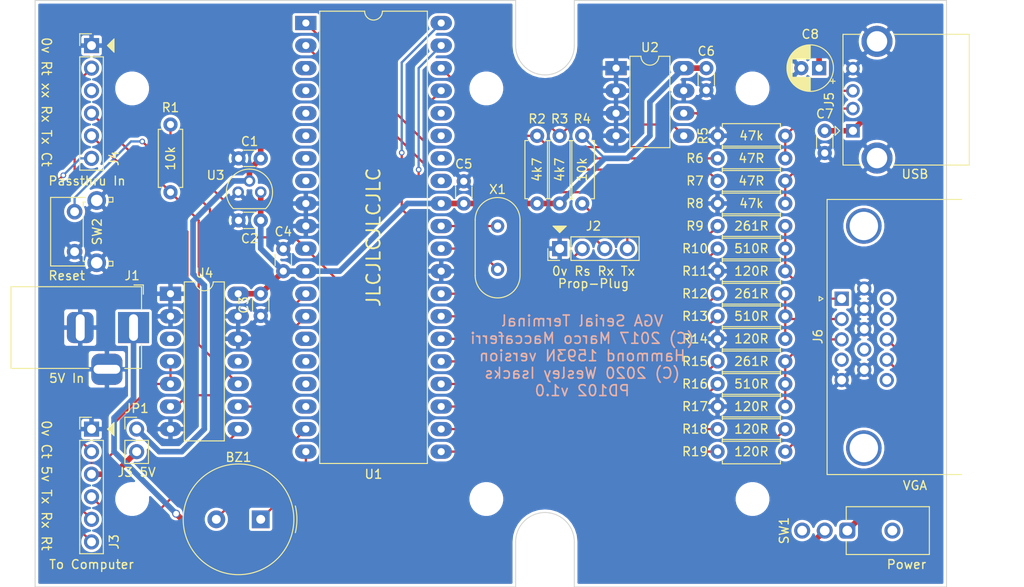
<source format=kicad_pcb>
(kicad_pcb (version 20171130) (host pcbnew "(5.1.6)-1")
  (title_block (title "Enter Title On Page Setting Dialog") (rev 1) (company "Ashton Johnson"))
  (layers (0 F.Cu signal) (31 B.Cu signal) (35 F.Paste user) (36 B.SilkS user) (37 F.SilkS user) (38 B.Mask user) (39 F.Mask user) (44 Edge.Cuts user))
  (net 0 "")
  (net 1 "Net-(MK1-Pad1)")
  (net 2 "Net-(MK2-Pad1)")
  (net 3 "Net-(MK3-Pad1)")
  (net 4 "Net-(MK4-Pad1)")
  (net 5 "Net-(MK5-Pad1)")
  (net 6 "Net-(MK6-Pad1)")
  (net 7 "Net-(U1-Pad18)")
  (net 8 "Net-(U1-Pad17)")
  (net 9 "Net-(U1-Pad36)")
  (net 10 "Net-(U1-Pad16)")
  (net 11 "Net-(U1-Pad35)")
  (net 12 "Net-(U1-Pad15)")
  (net 13 "Net-(U1-Pad34)")
  (net 14 "Net-(U1-Pad33)")
  (net 15 +3V3)
  (net 16 GND)
  (net 17 "Net-(U1-Pad8)")
  (net 18 "Net-(U1-Pad7)")
  (net 19 "Net-(U1-Pad6)")
  (net 20 "Net-(U1-Pad5)")
  (net 21 "Net-(U1-Pad4)")
  (net 22 "Net-(U1-Pad3)")
  (net 23 ~RES)
  (net 24 R1)
  (net 25 R0)
  (net 26 G1)
  (net 27 G0)
  (net 28 B1)
  (net 29 B0)
  (net 30 /BZ+)
  (net 31 /BZ-)
  (net 32 +5V)
  (net 33 /PPTX)
  (net 34 /PPRX)
  (net 35 /VSYNC)
  (net 36 /HSYNC)
  (net 37 /BLU)
  (net 38 /GRN)
  (net 39 /RED)
  (net 40 SDA)
  (net 41 SCL)
  (net 42 H)
  (net 43 V)
  (net 44 TRMTX)
  (net 45 TRMRX)
  (net 46 /XO)
  (net 47 /XI)
  (net 48 USBD-)
  (net 49 USBD+)
  (net 50 /D+)
  (net 51 /D-)
  (net 52 RTS)
  (net 53 CTS)
  (net 54 "Net-(J4-Pad3)")
  (net 55 "Net-(J6-Pad15)")
  (net 56 "Net-(J6-Pad12)")
  (net 57 "Net-(J6-Pad11)")
  (net 58 "Net-(J6-Pad9)")
  (net 59 "Net-(J6-Pad4)")
  (net 60 /RAW)
  (net 61 COMTX)
  (net 62 COMRX)
  (net 63 /COM5V)
  (net 64 PASTX)
  (net 65 "Net-(U4-Pad11)")
  (net 66 "Net-(U4-Pad3)")
  (net 67 "Net-(SW1-Pad3)")
  (module Button_Switch_THT:SW_Tactile_SPST_Angled_PTS645Vx83-2LFS (layer F.Cu) (at 29.845 53.685 90)
    (fp_text reference SW2 (at 2.25 2.54 270) (layer F.SilkS))
    (fp_text value Reset (at -2.703 -0.889) (layer F.SilkS))
    (pad "" thru_hole circle (at -1.25 2.49 90) (size 2.1 2.1) (drill 1.3) (layers *.Cu *.Mask) (net 16 GND))
    (pad 1 thru_hole circle (at 0 0 90) (size 1.75 1.75) (drill 0.99) (layers *.Cu *.Mask) (net 16 GND))
    (pad 2 thru_hole circle (at 4.5 0 90) (size 1.75 1.75) (drill 0.99) (layers *.Cu *.Mask) (net 23 ~RES))
    (pad "" thru_hole circle (at 5.76 2.49 90) (size 2.1 2.1) (drill 1.3) (layers *.Cu *.Mask) (net 16 GND))
  )
  (module Capacitor_THT:CP_Radial_D5.0mm_P2.00mm (layer F.Cu) (at 113.665 33.02 180)
    (fp_text reference C8 (at 1 3.81) (layer F.SilkS))
    (fp_text value 10uF)
    (pad 2 thru_hole circle (at 2 0 180) (size 1.6 1.6) (drill 0.8) (layers *.Cu *.Mask) (net 16 GND))
    (pad 1 thru_hole rect (at 0 0 180) (size 1.6 1.6) (drill 0.8) (layers *.Cu *.Mask) (net 32 +5V))
  )
  (module Resistor_THT:R_Axial_DIN0207_L6.3mm_D2.5mm_P7.62mm_Horizontal (layer F.Cu) (at 102.235 76.2)
    (fp_text reference R19 (at -2.54 0) (layer F.SilkS))
    (fp_text value 120R (at 3.81 0) (layer F.SilkS))
    (pad 2 thru_hole oval (at 7.62 0) (size 1.6 1.6) (drill 0.8) (layers *.Cu *.Mask) (net 35 /VSYNC))
    (pad 1 thru_hole circle (at 0 0) (size 1.6 1.6) (drill 0.8) (layers *.Cu *.Mask) (net 43 V))
  )
  (module Resistor_THT:R_Axial_DIN0207_L6.3mm_D2.5mm_P7.62mm_Horizontal (layer F.Cu) (at 102.235 73.66)
    (fp_text reference R18 (at -2.54 0) (layer F.SilkS))
    (fp_text value 120R (at 3.81 0) (layer F.SilkS))
    (pad 2 thru_hole oval (at 7.62 0) (size 1.6 1.6) (drill 0.8) (layers *.Cu *.Mask) (net 36 /HSYNC))
    (pad 1 thru_hole circle (at 0 0) (size 1.6 1.6) (drill 0.8) (layers *.Cu *.Mask) (net 42 H))
  )
  (module Resistor_THT:R_Axial_DIN0207_L6.3mm_D2.5mm_P7.62mm_Horizontal (layer F.Cu) (at 109.855 71.12 180)
    (fp_text reference R17 (at 10.16 0) (layer F.SilkS))
    (fp_text value 120R (at 3.81 0) (layer F.SilkS))
    (pad 2 thru_hole oval (at 7.62 0 180) (size 1.6 1.6) (drill 0.8) (layers *.Cu *.Mask) (net 16 GND))
    (pad 1 thru_hole circle (at 0 0 180) (size 1.6 1.6) (drill 0.8) (layers *.Cu *.Mask) (net 37 /BLU))
  )
  (module Resistor_THT:R_Axial_DIN0207_L6.3mm_D2.5mm_P7.62mm_Horizontal (layer F.Cu) (at 109.855 68.58 180)
    (fp_text reference R16 (at 10.16 0) (layer F.SilkS))
    (fp_text value 510R (at 3.81 0) (layer F.SilkS))
    (pad 2 thru_hole oval (at 7.62 0 180) (size 1.6 1.6) (drill 0.8) (layers *.Cu *.Mask) (net 29 B0))
    (pad 1 thru_hole circle (at 0 0 180) (size 1.6 1.6) (drill 0.8) (layers *.Cu *.Mask) (net 37 /BLU))
  )
  (module Resistor_THT:R_Axial_DIN0207_L6.3mm_D2.5mm_P7.62mm_Horizontal (layer F.Cu) (at 109.855 66.04 180)
    (fp_text reference R15 (at 10.16 0) (layer F.SilkS))
    (fp_text value 261R (at 3.81 0) (layer F.SilkS))
    (pad 2 thru_hole oval (at 7.62 0 180) (size 1.6 1.6) (drill 0.8) (layers *.Cu *.Mask) (net 28 B1))
    (pad 1 thru_hole circle (at 0 0 180) (size 1.6 1.6) (drill 0.8) (layers *.Cu *.Mask) (net 37 /BLU))
  )
  (module Resistor_THT:R_Axial_DIN0207_L6.3mm_D2.5mm_P7.62mm_Horizontal (layer F.Cu) (at 109.855 63.5 180)
    (fp_text reference R14 (at 10.16 0) (layer F.SilkS))
    (fp_text value 120R (at 3.81 0) (layer F.SilkS))
    (pad 2 thru_hole oval (at 7.62 0 180) (size 1.6 1.6) (drill 0.8) (layers *.Cu *.Mask) (net 16 GND))
    (pad 1 thru_hole circle (at 0 0 180) (size 1.6 1.6) (drill 0.8) (layers *.Cu *.Mask) (net 38 /GRN))
  )
  (module Resistor_THT:R_Axial_DIN0207_L6.3mm_D2.5mm_P7.62mm_Horizontal (layer F.Cu) (at 109.855 60.96 180)
    (fp_text reference R13 (at 10.16 0) (layer F.SilkS))
    (fp_text value 510R (at 3.81 0) (layer F.SilkS))
    (pad 2 thru_hole oval (at 7.62 0 180) (size 1.6 1.6) (drill 0.8) (layers *.Cu *.Mask) (net 27 G0))
    (pad 1 thru_hole circle (at 0 0 180) (size 1.6 1.6) (drill 0.8) (layers *.Cu *.Mask) (net 38 /GRN))
  )
  (module Resistor_THT:R_Axial_DIN0207_L6.3mm_D2.5mm_P7.62mm_Horizontal (layer F.Cu) (at 109.855 58.42 180)
    (fp_text reference R12 (at 10.16 0) (layer F.SilkS))
    (fp_text value 261R (at 3.81 0) (layer F.SilkS))
    (pad 2 thru_hole oval (at 7.62 0 180) (size 1.6 1.6) (drill 0.8) (layers *.Cu *.Mask) (net 26 G1))
    (pad 1 thru_hole circle (at 0 0 180) (size 1.6 1.6) (drill 0.8) (layers *.Cu *.Mask) (net 38 /GRN))
  )
  (module Resistor_THT:R_Axial_DIN0207_L6.3mm_D2.5mm_P7.62mm_Horizontal (layer F.Cu) (at 109.855 55.88 180)
    (fp_text reference R11 (at 10.16 0) (layer F.SilkS))
    (fp_text value 120R (at 3.81 0) (layer F.SilkS))
    (pad 2 thru_hole oval (at 7.62 0 180) (size 1.6 1.6) (drill 0.8) (layers *.Cu *.Mask) (net 16 GND))
    (pad 1 thru_hole circle (at 0 0 180) (size 1.6 1.6) (drill 0.8) (layers *.Cu *.Mask) (net 39 /RED))
  )
  (module Resistor_THT:R_Axial_DIN0207_L6.3mm_D2.5mm_P7.62mm_Horizontal (layer F.Cu) (at 109.855 53.34 180)
    (fp_text reference R10 (at 10.16 0) (layer F.SilkS))
    (fp_text value 510R (at 3.81 0) (layer F.SilkS))
    (pad 2 thru_hole oval (at 7.62 0 180) (size 1.6 1.6) (drill 0.8) (layers *.Cu *.Mask) (net 25 R0))
    (pad 1 thru_hole circle (at 0 0 180) (size 1.6 1.6) (drill 0.8) (layers *.Cu *.Mask) (net 39 /RED))
  )
  (module Resistor_THT:R_Axial_DIN0207_L6.3mm_D2.5mm_P7.62mm_Horizontal (layer F.Cu) (at 109.855 50.8 180)
    (fp_text reference R9 (at 10.16 0) (layer F.SilkS))
    (fp_text value 261R (at 3.81 0) (layer F.SilkS))
    (pad 2 thru_hole oval (at 7.62 0 180) (size 1.6 1.6) (drill 0.8) (layers *.Cu *.Mask) (net 24 R1))
    (pad 1 thru_hole circle (at 0 0 180) (size 1.6 1.6) (drill 0.8) (layers *.Cu *.Mask) (net 39 /RED))
  )
  (module Resistor_THT:R_Axial_DIN0207_L6.3mm_D2.5mm_P7.62mm_Horizontal (layer F.Cu) (at 109.855 48.26 180)
    (fp_text reference R8 (at 10.16 0) (layer F.SilkS))
    (fp_text value 47k (at 3.81 0) (layer F.SilkS))
    (pad 2 thru_hole oval (at 7.62 0 180) (size 1.6 1.6) (drill 0.8) (layers *.Cu *.Mask) (net 16 GND))
    (pad 1 thru_hole circle (at 0 0 180) (size 1.6 1.6) (drill 0.8) (layers *.Cu *.Mask) (net 51 /D-))
  )
  (module Resistor_THT:R_Axial_DIN0207_L6.3mm_D2.5mm_P7.62mm_Horizontal (layer F.Cu) (at 102.235 45.72)
    (fp_text reference R7 (at -2.54 0) (layer F.SilkS))
    (fp_text value 47R (at 3.81 0) (layer F.SilkS))
    (pad 2 thru_hole oval (at 7.62 0) (size 1.6 1.6) (drill 0.8) (layers *.Cu *.Mask) (net 51 /D-))
    (pad 1 thru_hole circle (at 0 0) (size 1.6 1.6) (drill 0.8) (layers *.Cu *.Mask) (net 48 USBD-))
  )
  (module Resistor_THT:R_Axial_DIN0207_L6.3mm_D2.5mm_P7.62mm_Horizontal (layer F.Cu) (at 102.235 43.18)
    (fp_text reference R6 (at -2.54 0) (layer F.SilkS))
    (fp_text value 47R (at 3.81 0) (layer F.SilkS))
    (pad 2 thru_hole oval (at 7.62 0) (size 1.6 1.6) (drill 0.8) (layers *.Cu *.Mask) (net 50 /D+))
    (pad 1 thru_hole circle (at 0 0) (size 1.6 1.6) (drill 0.8) (layers *.Cu *.Mask) (net 49 USBD+))
  )
  (module Resistor_THT:R_Axial_DIN0207_L6.3mm_D2.5mm_P7.62mm_Horizontal (layer F.Cu) (at 109.855 40.64 180)
    (fp_text reference R5 (at 9.271 0 270) (layer F.SilkS))
    (fp_text value 47k (at 3.81 0) (layer F.SilkS))
    (pad 2 thru_hole oval (at 7.62 0 180) (size 1.6 1.6) (drill 0.8) (layers *.Cu *.Mask) (net 16 GND))
    (pad 1 thru_hole circle (at 0 0 180) (size 1.6 1.6) (drill 0.8) (layers *.Cu *.Mask) (net 50 /D+))
  )
  (module Resistor_THT:R_Axial_DIN0207_L6.3mm_D2.5mm_P7.62mm_Horizontal (layer F.Cu) (at 86.995 40.64 270)
    (fp_text reference R4 (at -1.905 0 180) (layer F.SilkS))
    (fp_text value 10k (at 3.81 0 90) (layer F.SilkS))
    (pad 2 thru_hole oval (at 7.62 0 270) (size 1.6 1.6) (drill 0.8) (layers *.Cu *.Mask) (net 34 /PPRX))
    (pad 1 thru_hole circle (at 0 0 270) (size 1.6 1.6) (drill 0.8) (layers *.Cu *.Mask) (net 15 +3V3))
  )
  (module Resistor_THT:R_Axial_DIN0207_L6.3mm_D2.5mm_P7.62mm_Horizontal (layer F.Cu) (at 84.455 48.26 90)
    (fp_text reference R3 (at 9.525 0 180) (layer F.SilkS))
    (fp_text value 4k7 (at 3.81 0 90) (layer F.SilkS))
    (pad 2 thru_hole oval (at 7.62 0 90) (size 1.6 1.6) (drill 0.8) (layers *.Cu *.Mask) (net 40 SDA))
    (pad 1 thru_hole circle (at 0 0 90) (size 1.6 1.6) (drill 0.8) (layers *.Cu *.Mask) (net 15 +3V3))
  )
  (module Resistor_THT:R_Axial_DIN0207_L6.3mm_D2.5mm_P7.62mm_Horizontal (layer F.Cu) (at 81.915 48.26 90)
    (fp_text reference R2 (at 9.525 0 180) (layer F.SilkS))
    (fp_text value 4k7 (at 3.81 0 90) (layer F.SilkS))
    (pad 2 thru_hole oval (at 7.62 0 90) (size 1.6 1.6) (drill 0.8) (layers *.Cu *.Mask) (net 41 SCL))
    (pad 1 thru_hole circle (at 0 0 90) (size 1.6 1.6) (drill 0.8) (layers *.Cu *.Mask) (net 15 +3V3))
  )
  (module Resistor_THT:R_Axial_DIN0207_L6.3mm_D2.5mm_P7.62mm_Horizontal (layer F.Cu) (at 40.64 46.99 90)
    (fp_text reference R1 (at 9.525 0 180) (layer F.SilkS))
    (fp_text value 10k (at 3.81 0 90) (layer F.SilkS))
    (pad 2 thru_hole oval (at 7.62 0 90) (size 1.6 1.6) (drill 0.8) (layers *.Cu *.Mask) (net 15 +3V3))
    (pad 1 thru_hole circle (at 0 0 90) (size 1.6 1.6) (drill 0.8) (layers *.Cu *.Mask) (net 64 PASTX))
  )
  (module vgavt1593:DSUB-15-HD_Female_Horizontal_P2.29x2.54mm_Housed (layer F.Cu) (at 116.205 58.9788 90)
    (fp_text reference J6 (at -4.2672 -2.667 270) (layer F.SilkS))
    (fp_text value VGA (at -21.0312 8.255 180) (layer F.SilkS))
    (pad 0 thru_hole circle (at 8.185 2.5 90) (size 4 4) (drill 3.2) (layers *.Cu *.Mask))
    (pad 0 thru_hole circle (at -16.815 2.5 90) (size 4 4) (drill 3.2) (layers *.Cu *.Mask))
    (pad 15 thru_hole circle (at -9.16 5.08 90) (size 1.6 1.6) (drill 1) (layers *.Cu *.Mask) (net 55 "Net-(J6-Pad15)"))
    (pad 14 thru_hole circle (at -6.87 5.08 90) (size 1.6 1.6) (drill 1) (layers *.Cu *.Mask) (net 35 /VSYNC))
    (pad 13 thru_hole circle (at -4.58 5.08 90) (size 1.6 1.6) (drill 1) (layers *.Cu *.Mask) (net 36 /HSYNC))
    (pad 12 thru_hole circle (at -2.29 5.08 90) (size 1.6 1.6) (drill 1) (layers *.Cu *.Mask) (net 56 "Net-(J6-Pad12)"))
    (pad 11 thru_hole circle (at 0 5.08 90) (size 1.6 1.6) (drill 1) (layers *.Cu *.Mask) (net 57 "Net-(J6-Pad11)"))
    (pad 10 thru_hole circle (at -8.015 2.54 90) (size 1.6 1.6) (drill 1) (layers *.Cu *.Mask) (net 16 GND))
    (pad 9 thru_hole circle (at -5.725 2.54 90) (size 1.6 1.6) (drill 1) (layers *.Cu *.Mask) (net 58 "Net-(J6-Pad9)"))
    (pad 8 thru_hole circle (at -3.435 2.54 90) (size 1.6 1.6) (drill 1) (layers *.Cu *.Mask) (net 16 GND))
    (pad 7 thru_hole circle (at -1.145 2.54 90) (size 1.6 1.6) (drill 1) (layers *.Cu *.Mask) (net 16 GND))
    (pad 6 thru_hole circle (at 1.145 2.54 90) (size 1.6 1.6) (drill 1) (layers *.Cu *.Mask) (net 16 GND))
    (pad 5 thru_hole circle (at -9.16 0 90) (size 1.6 1.6) (drill 1) (layers *.Cu *.Mask) (net 16 GND))
    (pad 4 thru_hole circle (at -6.87 0 90) (size 1.6 1.6) (drill 1) (layers *.Cu *.Mask) (net 59 "Net-(J6-Pad4)"))
    (pad 3 thru_hole circle (at -4.58 0 90) (size 1.6 1.6) (drill 1) (layers *.Cu *.Mask) (net 37 /BLU))
    (pad 2 thru_hole circle (at -2.29 0 90) (size 1.6 1.6) (drill 1) (layers *.Cu *.Mask) (net 38 /GRN))
    (pad 1 thru_hole rect (at 0 0 90) (size 1.6 1.6) (drill 1) (layers *.Cu *.Mask) (net 39 /RED))
  )
  (module Connector_PinHeader_2.54mm:PinHeader_1x06_P2.54mm_Vertical (layer F.Cu) (at 31.75 73.66)
    (fp_text reference J3 (at 2.54 12.7 90) (layer F.SilkS))
    (fp_text value "To Computer" (at 0 15.24 180) (layer F.SilkS))
    (pad 6 thru_hole oval (at 0 12.7) (size 1.7 1.7) (drill 1) (layers *.Cu *.Mask) (net 53 CTS))
    (pad 5 thru_hole oval (at 0 10.16) (size 1.7 1.7) (drill 1) (layers *.Cu *.Mask) (net 61 COMTX))
    (pad 4 thru_hole oval (at 0 7.62) (size 1.7 1.7) (drill 1) (layers *.Cu *.Mask) (net 62 COMRX))
    (pad 3 thru_hole oval (at 0 5.08) (size 1.7 1.7) (drill 1) (layers *.Cu *.Mask) (net 63 /COM5V))
    (pad 2 thru_hole oval (at 0 2.54) (size 1.7 1.7) (drill 1) (layers *.Cu *.Mask) (net 52 RTS))
    (pad 1 thru_hole rect (at 0 0) (size 1.7 1.7) (drill 1) (layers *.Cu *.Mask) (net 16 GND))
  )
  (module vgavt1593:SW_Toggle_SPDT_Vertical (layer F.Cu) (at 116.84 85.09)
    (fp_text reference SW1 (at -7.112 0 90) (layer F.SilkS))
    (fp_text value Power (at 6.6675 3.81 180) (layer F.SilkS))
    (pad "" thru_hole circle (at 5.08 0 180) (size 1.8 1.8) (drill 1.09) (layers *.Cu *.Mask))
    (pad 1 thru_hole roundrect (at 0 0 180) (size 1.8 1.8) (drill 1.09) (layers *.Cu *.Mask) (net 32 +5V))
    (pad 2 thru_hole circle (at -2.54 0 180) (size 1.8 1.8) (drill 1.09) (layers *.Cu *.Mask) (net 60 /RAW))
    (pad 3 thru_hole circle (at -5.08 0 180) (size 1.8 1.8) (drill 1.09) (layers *.Cu *.Mask) (net 67 "Net-(SW1-Pad3)"))
  )
  (module Package_DIP:DIP-14_W7.62mm_LongPads (layer F.Cu) (at 40.64 58.42)
    (fp_text reference U4 (at 3.81 -2.33) (layer F.SilkS))
    (fp_text value 74HC08)
    (pad 14 thru_hole oval (at 7.62 0) (size 2.4 1.6) (drill 0.8) (layers *.Cu *.Mask) (net 15 +3V3))
    (pad 7 thru_hole oval (at 0 15.24) (size 2.4 1.6) (drill 0.8) (layers *.Cu *.Mask) (net 16 GND))
    (pad 13 thru_hole oval (at 7.62 2.54) (size 2.4 1.6) (drill 0.8) (layers *.Cu *.Mask) (net 16 GND))
    (pad 6 thru_hole oval (at 0 12.7) (size 2.4 1.6) (drill 0.8) (layers *.Cu *.Mask) (net 45 TRMRX))
    (pad 12 thru_hole oval (at 7.62 5.08) (size 2.4 1.6) (drill 0.8) (layers *.Cu *.Mask) (net 16 GND))
    (pad 5 thru_hole oval (at 0 10.16) (size 2.4 1.6) (drill 0.8) (layers *.Cu *.Mask) (net 61 COMTX))
    (pad 11 thru_hole oval (at 7.62 7.62) (size 2.4 1.6) (drill 0.8) (layers *.Cu *.Mask) (net 65 "Net-(U4-Pad11)"))
    (pad 4 thru_hole oval (at 0 7.62) (size 2.4 1.6) (drill 0.8) (layers *.Cu *.Mask) (net 61 COMTX))
    (pad 10 thru_hole oval (at 7.62 10.16) (size 2.4 1.6) (drill 0.8) (layers *.Cu *.Mask) (net 64 PASTX))
    (pad 3 thru_hole oval (at 0 5.08) (size 2.4 1.6) (drill 0.8) (layers *.Cu *.Mask) (net 66 "Net-(U4-Pad3)"))
    (pad 9 thru_hole oval (at 7.62 12.7) (size 2.4 1.6) (drill 0.8) (layers *.Cu *.Mask) (net 44 TRMTX))
    (pad 2 thru_hole oval (at 0 2.54) (size 2.4 1.6) (drill 0.8) (layers *.Cu *.Mask) (net 16 GND))
    (pad 8 thru_hole oval (at 7.62 15.24) (size 2.4 1.6) (drill 0.8) (layers *.Cu *.Mask) (net 62 COMRX))
    (pad 1 thru_hole rect (at 0 0) (size 2.4 1.6) (drill 0.8) (layers *.Cu *.Mask) (net 16 GND))
  )
  (module Package_DIP:DIP-8_W7.62mm_LongPads (layer F.Cu) (at 90.805 33.02)
    (fp_text reference U2 (at 3.81 -2.33) (layer F.SilkS))
    (fp_text value 24LC256)
    (pad 1 thru_hole rect (at 0 0) (size 2.4 1.6) (drill 0.8) (layers *.Cu *.Mask) (net 16 GND))
    (pad 5 thru_hole oval (at 7.62 7.62) (size 2.4 1.6) (drill 0.8) (layers *.Cu *.Mask) (net 40 SDA))
    (pad 2 thru_hole oval (at 0 2.54) (size 2.4 1.6) (drill 0.8) (layers *.Cu *.Mask) (net 16 GND))
    (pad 6 thru_hole oval (at 7.62 5.08) (size 2.4 1.6) (drill 0.8) (layers *.Cu *.Mask) (net 41 SCL))
    (pad 3 thru_hole oval (at 0 5.08) (size 2.4 1.6) (drill 0.8) (layers *.Cu *.Mask) (net 16 GND))
    (pad 7 thru_hole oval (at 7.62 2.54) (size 2.4 1.6) (drill 0.8) (layers *.Cu *.Mask) (net 16 GND))
    (pad 4 thru_hole oval (at 0 7.62) (size 2.4 1.6) (drill 0.8) (layers *.Cu *.Mask) (net 16 GND))
    (pad 8 thru_hole oval (at 7.62 0) (size 2.4 1.6) (drill 0.8) (layers *.Cu *.Mask) (net 15 +3V3))
  )
  (module Package_DIP:DIP-40_W15.24mm_LongPads (layer F.Cu) (at 55.88 27.94)
    (fp_text reference U1 (at 7.62 50.8) (layer F.SilkS))
    (fp_text value P8X32A-D40)
    (pad 40 thru_hole oval (at 15.24 0) (size 2.4 1.6) (drill 0.8) (layers *.Cu *.Mask) (net 34 /PPRX))
    (pad 20 thru_hole oval (at 0 48.26) (size 2.4 1.6) (drill 0.8) (layers *.Cu *.Mask) (net 30 /BZ+))
    (pad 39 thru_hole oval (at 15.24 2.54) (size 2.4 1.6) (drill 0.8) (layers *.Cu *.Mask) (net 33 /PPTX))
    (pad 19 thru_hole oval (at 0 45.72) (size 2.4 1.6) (drill 0.8) (layers *.Cu *.Mask) (net 31 /BZ-))
    (pad 38 thru_hole oval (at 15.24 5.08) (size 2.4 1.6) (drill 0.8) (layers *.Cu *.Mask) (net 40 SDA))
    (pad 18 thru_hole oval (at 0 43.18) (size 2.4 1.6) (drill 0.8) (layers *.Cu *.Mask) (net 7 "Net-(U1-Pad18)"))
    (pad 37 thru_hole oval (at 15.24 7.62) (size 2.4 1.6) (drill 0.8) (layers *.Cu *.Mask) (net 41 SCL))
    (pad 17 thru_hole oval (at 0 40.64) (size 2.4 1.6) (drill 0.8) (layers *.Cu *.Mask) (net 8 "Net-(U1-Pad17)"))
    (pad 36 thru_hole oval (at 15.24 10.16) (size 2.4 1.6) (drill 0.8) (layers *.Cu *.Mask) (net 9 "Net-(U1-Pad36)"))
    (pad 16 thru_hole oval (at 0 38.1) (size 2.4 1.6) (drill 0.8) (layers *.Cu *.Mask) (net 10 "Net-(U1-Pad16)"))
    (pad 35 thru_hole oval (at 15.24 12.7) (size 2.4 1.6) (drill 0.8) (layers *.Cu *.Mask) (net 11 "Net-(U1-Pad35)"))
    (pad 15 thru_hole oval (at 0 35.56) (size 2.4 1.6) (drill 0.8) (layers *.Cu *.Mask) (net 12 "Net-(U1-Pad15)"))
    (pad 34 thru_hole oval (at 15.24 15.24) (size 2.4 1.6) (drill 0.8) (layers *.Cu *.Mask) (net 13 "Net-(U1-Pad34)"))
    (pad 14 thru_hole oval (at 0 33.02) (size 2.4 1.6) (drill 0.8) (layers *.Cu *.Mask) (net 44 TRMTX))
    (pad 33 thru_hole oval (at 15.24 17.78) (size 2.4 1.6) (drill 0.8) (layers *.Cu *.Mask) (net 14 "Net-(U1-Pad33)"))
    (pad 13 thru_hole oval (at 0 30.48) (size 2.4 1.6) (drill 0.8) (layers *.Cu *.Mask) (net 45 TRMRX))
    (pad 32 thru_hole oval (at 15.24 20.32) (size 2.4 1.6) (drill 0.8) (layers *.Cu *.Mask) (net 15 +3V3))
    (pad 12 thru_hole oval (at 0 27.94) (size 2.4 1.6) (drill 0.8) (layers *.Cu *.Mask) (net 15 +3V3))
    (pad 31 thru_hole oval (at 15.24 22.86) (size 2.4 1.6) (drill 0.8) (layers *.Cu *.Mask) (net 46 /XO))
    (pad 11 thru_hole oval (at 0 25.4) (size 2.4 1.6) (drill 0.8) (layers *.Cu *.Mask) (net 23 ~RES))
    (pad 30 thru_hole oval (at 15.24 25.4) (size 2.4 1.6) (drill 0.8) (layers *.Cu *.Mask) (net 47 /XI))
    (pad 10 thru_hole oval (at 0 22.86) (size 2.4 1.6) (drill 0.8) (layers *.Cu *.Mask) (net 16 GND))
    (pad 29 thru_hole oval (at 15.24 27.94) (size 2.4 1.6) (drill 0.8) (layers *.Cu *.Mask) (net 16 GND))
    (pad 9 thru_hole oval (at 0 20.32) (size 2.4 1.6) (drill 0.8) (layers *.Cu *.Mask) (net 16 GND))
    (pad 28 thru_hole oval (at 15.24 30.48) (size 2.4 1.6) (drill 0.8) (layers *.Cu *.Mask) (net 24 R1))
    (pad 8 thru_hole oval (at 0 17.78) (size 2.4 1.6) (drill 0.8) (layers *.Cu *.Mask) (net 17 "Net-(U1-Pad8)"))
    (pad 27 thru_hole oval (at 15.24 33.02) (size 2.4 1.6) (drill 0.8) (layers *.Cu *.Mask) (net 25 R0))
    (pad 7 thru_hole oval (at 0 15.24) (size 2.4 1.6) (drill 0.8) (layers *.Cu *.Mask) (net 18 "Net-(U1-Pad7)"))
    (pad 26 thru_hole oval (at 15.24 35.56) (size 2.4 1.6) (drill 0.8) (layers *.Cu *.Mask) (net 26 G1))
    (pad 6 thru_hole oval (at 0 12.7) (size 2.4 1.6) (drill 0.8) (layers *.Cu *.Mask) (net 19 "Net-(U1-Pad6)"))
    (pad 25 thru_hole oval (at 15.24 38.1) (size 2.4 1.6) (drill 0.8) (layers *.Cu *.Mask) (net 27 G0))
    (pad 5 thru_hole oval (at 0 10.16) (size 2.4 1.6) (drill 0.8) (layers *.Cu *.Mask) (net 20 "Net-(U1-Pad5)"))
    (pad 24 thru_hole oval (at 15.24 40.64) (size 2.4 1.6) (drill 0.8) (layers *.Cu *.Mask) (net 28 B1))
    (pad 4 thru_hole oval (at 0 7.62) (size 2.4 1.6) (drill 0.8) (layers *.Cu *.Mask) (net 21 "Net-(U1-Pad4)"))
    (pad 23 thru_hole oval (at 15.24 43.18) (size 2.4 1.6) (drill 0.8) (layers *.Cu *.Mask) (net 29 B0))
    (pad 3 thru_hole oval (at 0 5.08) (size 2.4 1.6) (drill 0.8) (layers *.Cu *.Mask) (net 22 "Net-(U1-Pad3)"))
    (pad 22 thru_hole oval (at 15.24 45.72) (size 2.4 1.6) (drill 0.8) (layers *.Cu *.Mask) (net 42 H))
    (pad 2 thru_hole oval (at 0 2.54) (size 2.4 1.6) (drill 0.8) (layers *.Cu *.Mask) (net 48 USBD-))
    (pad 21 thru_hole oval (at 15.24 48.26) (size 2.4 1.6) (drill 0.8) (layers *.Cu *.Mask) (net 43 V))
    (pad 1 thru_hole rect (at 0 0) (size 2.4 1.6) (drill 0.8) (layers *.Cu *.Mask) (net 49 USBD+))
  )
  (module Capacitor_THT:C_Disc_D3.0mm_W1.6mm_P2.50mm (layer F.Cu) (at 114.3 40.076 270)
    (fp_text reference C7 (at -1.905 0 180) (layer F.SilkS))
    (fp_text value 0.1uF)
    (pad 2 thru_hole circle (at 2.5 0 270) (size 1.6 1.6) (drill 0.8) (layers *.Cu *.Mask) (net 16 GND))
    (pad 1 thru_hole circle (at 0 0 270) (size 1.6 1.6) (drill 0.8) (layers *.Cu *.Mask) (net 32 +5V))
  )
  (module Package_TO_SOT_THT:TO-92 (layer F.Cu) (at 48.26 46.99)
    (fp_text reference U3 (at -2.54 -1.905 180) (layer F.SilkS))
    (fp_text value MCP1700-3302E_TO92)
    (pad 2 thru_hole circle (at 1.27 -1.27 90) (size 1.3 1.3) (drill 0.75) (layers *.Cu *.Mask) (net 32 +5V))
    (pad 3 thru_hole circle (at 2.54 0 90) (size 1.3 1.3) (drill 0.75) (layers *.Cu *.Mask) (net 15 +3V3))
    (pad 1 thru_hole circle (at 0 0 90) (size 1.3 1.3) (drill 0.75) (layers *.Cu *.Mask) (net 16 GND))
  )
  (module Connector_USB:USB_A_CONNFLY_DS1095-WNR0 (layer F.Cu) (at 117.475 40.076 90)
    (fp_text reference J5 (at 3.5 -2.667 270) (layer F.SilkS))
    (fp_text value USB (at -4.882 6.985 180) (layer F.SilkS))
    (pad 5 thru_hole circle (at 10.07 2.71 90) (size 3.5 3.5) (drill 2.3) (layers *.Cu *.Mask) (net 16 GND))
    (pad 5 thru_hole circle (at -3.07 2.71 90) (size 3.5 3.5) (drill 2.3) (layers *.Cu *.Mask) (net 16 GND))
    (pad 1 thru_hole rect (at 0 0 90) (size 1.524 1.524) (drill 0.92) (layers *.Cu *.Mask) (net 32 +5V))
    (pad 2 thru_hole circle (at 2.5 0 90) (size 1.524 1.524) (drill 0.92) (layers *.Cu *.Mask) (net 51 /D-))
    (pad 3 thru_hole circle (at 4.5 0 90) (size 1.524 1.524) (drill 0.92) (layers *.Cu *.Mask) (net 50 /D+))
    (pad 4 thru_hole circle (at 7 0 90) (size 1.524 1.524) (drill 0.92) (layers *.Cu *.Mask) (net 16 GND))
  )
  (module Buzzer_Beeper:Buzzer_TDK_PS1240P02BT_D12.2mm_H6.5mm (layer F.Cu) (at 50.8 83.82 180)
    (fp_text reference BZ1 (at 2.5 6.985) (layer F.SilkS))
    (fp_text value Speaker_Crystal)
    (pad 2 thru_hole circle (at 5 0 180) (size 2 2) (drill 1) (layers *.Cu *.Mask) (net 31 /BZ-))
    (pad 1 thru_hole rect (at 0 0 180) (size 2 2) (drill 1) (layers *.Cu *.Mask) (net 30 /BZ+))
  )
  (module Capacitor_THT:C_Disc_D3.0mm_W1.6mm_P2.50mm (layer F.Cu) (at 50.8 58.42 270)
    (fp_text reference C3 (at 1.27 1.905 90) (layer F.SilkS))
    (fp_text value 0.1uF)
    (pad 2 thru_hole circle (at 2.5 0 270) (size 1.6 1.6) (drill 0.8) (layers *.Cu *.Mask) (net 16 GND))
    (pad 1 thru_hole circle (at 0 0 270) (size 1.6 1.6) (drill 0.8) (layers *.Cu *.Mask) (net 15 +3V3))
  )
  (module Capacitor_THT:C_Disc_D3.0mm_W1.6mm_P2.50mm (layer F.Cu) (at 50.8 43.18 180)
    (fp_text reference C1 (at 1.25 1.905) (layer F.SilkS))
    (fp_text value 1uF)
    (pad 1 thru_hole circle (at 0 0 180) (size 1.6 1.6) (drill 0.8) (layers *.Cu *.Mask) (net 32 +5V))
    (pad 2 thru_hole circle (at 2.5 0 180) (size 1.6 1.6) (drill 0.8) (layers *.Cu *.Mask) (net 16 GND))
  )
  (module Capacitor_THT:C_Disc_D3.0mm_W1.6mm_P2.50mm (layer F.Cu) (at 50.8 50.165 180)
    (fp_text reference C2 (at 1.25 -2.05) (layer F.SilkS))
    (fp_text value 1uF)
    (pad 1 thru_hole circle (at 0 0 180) (size 1.6 1.6) (drill 0.8) (layers *.Cu *.Mask) (net 15 +3V3))
    (pad 2 thru_hole circle (at 2.5 0 180) (size 1.6 1.6) (drill 0.8) (layers *.Cu *.Mask) (net 16 GND))
  )
  (module Capacitor_THT:C_Disc_D3.0mm_W1.6mm_P2.50mm (layer F.Cu) (at 100.965 33.02 270)
    (fp_text reference C6 (at -1.905 0 180) (layer F.SilkS))
    (fp_text value 0.1uF)
    (pad 1 thru_hole circle (at 0 0 270) (size 1.6 1.6) (drill 0.8) (layers *.Cu *.Mask) (net 15 +3V3))
    (pad 2 thru_hole circle (at 2.5 0 270) (size 1.6 1.6) (drill 0.8) (layers *.Cu *.Mask) (net 16 GND))
  )
  (module Capacitor_THT:C_Disc_D3.0mm_W1.6mm_P2.50mm (layer F.Cu) (at 73.66 48.26 90)
    (fp_text reference C5 (at 4.445 0 180) (layer F.SilkS))
    (fp_text value 0.1uF)
    (pad 2 thru_hole circle (at 2.5 0 90) (size 1.6 1.6) (drill 0.8) (layers *.Cu *.Mask) (net 16 GND))
    (pad 1 thru_hole circle (at 0 0 90) (size 1.6 1.6) (drill 0.8) (layers *.Cu *.Mask) (net 15 +3V3))
  )
  (module Capacitor_THT:C_Disc_D3.0mm_W1.6mm_P2.50mm (layer F.Cu) (at 53.34 55.88 90)
    (fp_text reference C4 (at 4.445 0 180) (layer F.SilkS))
    (fp_text value 0.1uF)
    (pad 2 thru_hole circle (at 2.5 0 90) (size 1.6 1.6) (drill 0.8) (layers *.Cu *.Mask) (net 16 GND))
    (pad 1 thru_hole circle (at 0 0 90) (size 1.6 1.6) (drill 0.8) (layers *.Cu *.Mask) (net 15 +3V3))
  )
  (module Connector_PinHeader_2.54mm:PinHeader_1x02_P2.54mm_Vertical (layer F.Cu) (at 36.83 73.66)
    (fp_text reference JP1 (at 0 -2.33) (layer F.SilkS))
    (fp_text value "J3 5V" (at 0 4.87) (layer F.SilkS))
    (pad 2 thru_hole oval (at 0 2.54) (size 1.7 1.7) (drill 1) (layers *.Cu *.Mask) (net 63 /COM5V))
    (pad 1 thru_hole circle (at 0 0) (size 1.7 1.7) (drill 1) (layers *.Cu *.Mask) (net 32 +5V))
  )
  (module Connector_PinHeader_2.54mm:PinHeader_1x06_P2.54mm_Vertical (layer F.Cu) (at 31.75 30.48)
    (fp_text reference J4 (at 2.54 12.7 90) (layer F.SilkS))
    (fp_text value "Passthru In" (at -0.508 15.24 180) (layer F.SilkS))
    (pad 6 thru_hole oval (at 0 12.7) (size 1.7 1.7) (drill 1) (layers *.Cu *.Mask) (net 53 CTS))
    (pad 5 thru_hole oval (at 0 10.16) (size 1.7 1.7) (drill 1) (layers *.Cu *.Mask) (net 45 TRMRX))
    (pad 4 thru_hole oval (at 0 7.62) (size 1.7 1.7) (drill 1) (layers *.Cu *.Mask) (net 64 PASTX))
    (pad 3 thru_hole oval (at 0 5.08) (size 1.7 1.7) (drill 1) (layers *.Cu *.Mask) (net 54 "Net-(J4-Pad3)"))
    (pad 2 thru_hole oval (at 0 2.54) (size 1.7 1.7) (drill 1) (layers *.Cu *.Mask) (net 52 RTS))
    (pad 1 thru_hole rect (at 0 0) (size 1.7 1.7) (drill 1) (layers *.Cu *.Mask) (net 16 GND))
  )
  (module Connector_BarrelJack:BarrelJack_Horizontal (layer F.Cu) (at 36.48 62.23)
    (fp_text reference J1 (at -0.158 -5.842) (layer F.SilkS))
    (fp_text value "5V In" (at -7.524 5.715) (layer F.SilkS))
    (pad 1 thru_hole rect (at 0 0) (size 3.5 3.5) (drill oval 1 3) (layers *.Cu *.Mask) (net 60 /RAW))
    (pad 2 thru_hole roundrect (at -6 0) (size 3 3.5) (drill oval 1 3) (layers *.Cu *.Mask) (net 16 GND))
    (pad 3 thru_hole roundrect (at -3 4.7) (size 3.5 3.5) (drill oval 3 1) (layers *.Cu *.Mask) (net 16 GND))
  )
  (module Connector_PinHeader_2.54mm:PinHeader_1x04_P2.54mm_Vertical (layer F.Cu) (at 84.455 53.34 90)
    (fp_text reference J2 (at 2.54 3.81 180) (layer F.SilkS))
    (fp_text value Prop-Plug (at -3.937 3.81 180) (layer F.SilkS))
    (pad 4 thru_hole oval (at 0 7.62 90) (size 1.7 1.7) (drill 1) (layers *.Cu *.Mask) (net 33 /PPTX))
    (pad 3 thru_hole oval (at 0 5.08 90) (size 1.7 1.7) (drill 1) (layers *.Cu *.Mask) (net 34 /PPRX))
    (pad 2 thru_hole oval (at 0 2.54 90) (size 1.7 1.7) (drill 1) (layers *.Cu *.Mask) (net 23 ~RES))
    (pad 1 thru_hole rect (at 0 0 90) (size 1.7 1.7) (drill 1) (layers *.Cu *.Mask) (net 16 GND))
  )
  (module Crystal:Crystal_HC49-U_Vertical (layer F.Cu) (at 77.47 55.68 90)
    (fp_text reference X1 (at 9.0075 0 180) (layer F.SilkS))
    (fp_text value 5MHz)
    (pad 2 thru_hole circle (at 4.88 0 90) (size 1.5 1.5) (drill 0.8) (layers *.Cu *.Mask) (net 46 /XO))
    (pad 1 thru_hole circle (at 0 0 90) (size 1.5 1.5) (drill 0.8) (layers *.Cu *.Mask) (net 47 /XI))
  )
  (module Mounting_Holes:MountingHole_3.2mm_M3_ISO7380 (layer F.Cu) (at 106.172 81.534)
    (fp_text reference MK6 hide)
    (fp_text value Mounting_Hole hide)
    (pad 1 np_thru_hole circle (at 0 0) (size 3.2 3.2) (drill 3.2) (layers *.Cu *.Mask) (net 6 "Net-(MK6-Pad1)"))
  )
  (module Mounting_Holes:MountingHole_3.2mm_M3_ISO7380 (layer F.Cu) (at 76.2 81.534)
    (fp_text reference MK5 hide)
    (fp_text value Mounting_Hole hide)
    (pad 1 np_thru_hole circle (at 0 0) (size 3.2 3.2) (drill 3.2) (layers *.Cu *.Mask) (net 5 "Net-(MK5-Pad1)"))
  )
  (module Mounting_Holes:MountingHole_3.2mm_M3_ISO7380 (layer F.Cu) (at 36.322 81.534)
    (fp_text reference MK4 hide)
    (fp_text value Mounting_Hole hide)
    (pad 1 np_thru_hole circle (at 0 0) (size 3.2 3.2) (drill 3.2) (layers *.Cu *.Mask) (net 4 "Net-(MK4-Pad1)"))
  )
  (module Mounting_Holes:MountingHole_3.2mm_M3_ISO7380 (layer F.Cu) (at 106.172 35.306)
    (fp_text reference MK3 hide)
    (fp_text value Mounting_Hole hide)
    (pad 1 np_thru_hole circle (at 0 0) (size 3.2 3.2) (drill 3.2) (layers *.Cu *.Mask) (net 3 "Net-(MK3-Pad1)"))
  )
  (module Mounting_Holes:MountingHole_3.2mm_M3_ISO7380 (layer F.Cu) (at 76.2 35.306)
    (fp_text reference MK2 hide)
    (fp_text value Mounting_Hole hide)
    (pad 1 np_thru_hole circle (at 0 0) (size 3.2 3.2) (drill 3.2) (layers *.Cu *.Mask) (net 2 "Net-(MK2-Pad1)"))
  )
  (module Mounting_Holes:MountingHole_3.2mm_M3_ISO7380 (layer F.Cu) (at 36.322 35.306)
    (fp_text reference MK1 hide)
    (fp_text value Mounting_Hole hide)
    (pad 1 np_thru_hole circle (at 0 0) (size 3.2 3.2) (drill 3.2) (layers *.Cu *.Mask) (net 1 "Net-(MK1-Pad1)"))
  )
  (gr_poly (pts (xy 34.29 31.242) (xy 33.528 30.48) (xy 34.29 29.718)) (layer F.SilkS) (width 0.1))
  (gr_poly (pts (xy 34.29 74.422) (xy 33.528 73.66) (xy 34.29 72.898)) (layer F.SilkS) (width 0.1))
  (gr_poly (pts (xy 84.455 51.562) (xy 83.693 50.8) (xy 85.217 50.8)) (layer F.SilkS) (width 0.1))
  (gr_text "0v Rs Rx Tx" (at 88.265 55.88) (layer F.SilkS) (effects (font (size 1.016 1.016))))
  (gr_text "0v Rt xx Rx Tx Ct" (at 26.67 36.83 270) (layer F.SilkS) (effects (font (size 1.0668 1.0668))))
  (gr_text "0v Ct 5v Tx Rx Rt" (at 26.67 80.01 270) (layer F.SilkS) (effects (font (size 1.0668 1.0668))))
  (gr_text JLCJLCJLCJLC (at 63.5 52.07 90) (layer F.SilkS) (effects (font (size 1.524 1.524) (thickness 0.2032))))
  (gr_text "VGA Serial Terminal\n(C) 2017 Marco Maccaferri\nHammond 1593N version\n(C) 2020 Wesley Isacks\nPD102 v1.0\n" (at 86.995 65.405) (layer B.SilkS) (effects (font (size 1.2192 1.2192) (thickness 0.1778)) (justify mirror)))
  (gr_arc (start 82.804 86.36) (end 79.502 86.36) (angle 180) (layer Edge.Cuts) (width 0.1))
  (gr_arc (start 82.804 30.48) (end 86.106 30.48) (angle 180) (layer Edge.Cuts) (width 0.1))
  (gr_line (start 86.106 25.4) (end 128.016 25.4) (layer Edge.Cuts) (width 0.1))
  (gr_line (start 128.016 25.4) (end 128.016 91.44) (layer Edge.Cuts) (width 0.1))
  (gr_line (start 25.4 91.44) (end 25.4 25.4) (layer Edge.Cuts) (width 0.1))
  (gr_line (start 25.4 25.4) (end 79.502 25.4) (layer Edge.Cuts) (width 0.1))
  (gr_line (start 86.106 91.44) (end 86.106 86.36) (layer Edge.Cuts) (width 0.1))
  (gr_line (start 79.502 91.44) (end 25.4 91.44) (layer Edge.Cuts) (width 0.1))
  (gr_line (start 79.502 25.4) (end 79.502 30.48) (layer Edge.Cuts) (width 0.1))
  (gr_line (start 79.502 86.36) (end 79.502 91.44) (layer Edge.Cuts) (width 0.1))
  (gr_line (start 86.106 30.48) (end 86.106 25.4) (layer Edge.Cuts) (width 0.1))
  (gr_line (start 128.016 91.44) (end 86.106 91.44) (layer Edge.Cuts) (width 0.1))
  (segment (start 53.34 55.88) (end 55.88 55.88) (width 0.635) (layer B.Cu) (net 15))
  (segment (start 55.88 55.88) (end 59.69 55.88) (width 0.635) (layer B.Cu) (net 15))
  (segment (start 59.69 55.88) (end 67.31 48.26) (width 0.635) (layer B.Cu) (net 15))
  (segment (start 67.31 48.26) (end 71.12 48.26) (width 0.635) (layer B.Cu) (net 15))
  (segment (start 71.12 48.26) (end 73.66 48.26) (width 0.635) (layer F.Cu) (net 15))
  (segment (start 81.915 48.26) (end 84.455 48.26) (width 0.635) (layer F.Cu) (net 15))
  (segment (start 98.425 33.02) (end 100.965 33.02) (width 0.635) (layer F.Cu) (net 15))
  (segment (start 50.8 53.34) (end 53.34 55.88) (width 0.635) (layer B.Cu) (net 15))
  (segment (start 50.8 50.165) (end 50.8 53.34) (width 0.635) (layer B.Cu) (net 15))
  (segment (start 50.8 46.99) (end 50.8 48.26) (width 0.635) (layer F.Cu) (net 15))
  (segment (start 50.8 48.26) (end 50.8 50.165) (width 0.635) (layer F.Cu) (net 15))
  (segment (start 46.99 48.26) (end 50.8 48.26) (width 0.254) (layer F.Cu) (net 15))
  (segment (start 40.64 39.37) (end 40.64 41.91) (width 0.254) (layer F.Cu) (net 15))
  (segment (start 40.64 41.91) (end 46.99 48.26) (width 0.254) (layer F.Cu) (net 15))
  (segment (start 73.66 48.26) (end 81.915 48.26) (width 0.635) (layer F.Cu) (net 15))
  (segment (start 94.615 36.83) (end 98.425 33.02) (width 0.635) (layer B.Cu) (net 15))
  (segment (start 92.075 43.18) (end 94.615 40.64) (width 0.635) (layer B.Cu) (net 15))
  (segment (start 94.615 40.64) (end 94.615 36.83) (width 0.635) (layer B.Cu) (net 15))
  (segment (start 84.455 48.26) (end 89.535 43.18) (width 0.635) (layer B.Cu) (net 15))
  (segment (start 89.535 43.18) (end 92.075 43.18) (width 0.635) (layer B.Cu) (net 15))
  (segment (start 86.995 40.64) (end 89.535 43.18) (width 0.254) (layer B.Cu) (net 15))
  (segment (start 50.8 58.42) (end 53.34 55.88) (width 0.635) (layer F.Cu) (net 15))
  (segment (start 48.26 58.42) (end 50.8 58.42) (width 0.635) (layer F.Cu) (net 15))
  (segment (start 36.195 41.275) (end 37.465 41.275) (width 0.254) (layer B.Cu) (net 23))
  (segment (start 29.845 47.625) (end 36.195 41.275) (width 0.254) (layer B.Cu) (net 23))
  (segment (start 29.845 49.185) (end 29.845 47.625) (width 0.254) (layer B.Cu) (net 23))
  (via (at 37.465 41.275) (size 0.635) (drill 0.381) (layers F.Cu B.Cu) (net 23))
  (segment (start 59.69 57.15) (end 55.88 53.34) (width 0.254) (layer F.Cu) (net 23))
  (segment (start 86.995 53.34) (end 83.185 57.15) (width 0.254) (layer F.Cu) (net 23))
  (segment (start 83.185 57.15) (end 59.69 57.15) (width 0.254) (layer F.Cu) (net 23))
  (segment (start 45.085 48.895) (end 37.465 41.275) (width 0.254) (layer F.Cu) (net 23))
  (segment (start 45.085 50.165) (end 45.085 48.895) (width 0.254) (layer F.Cu) (net 23))
  (segment (start 45.085 50.165) (end 46.99 52.07) (width 0.254) (layer F.Cu) (net 23))
  (segment (start 54.61 52.07) (end 55.88 53.34) (width 0.254) (layer F.Cu) (net 23))
  (segment (start 46.99 52.07) (end 54.61 52.07) (width 0.254) (layer F.Cu) (net 23))
  (segment (start 94.615 58.42) (end 102.235 50.8) (width 0.254) (layer F.Cu) (net 24))
  (segment (start 71.12 58.42) (end 94.615 58.42) (width 0.254) (layer F.Cu) (net 24))
  (segment (start 94.615 60.96) (end 102.235 53.34) (width 0.254) (layer F.Cu) (net 25))
  (segment (start 71.12 60.96) (end 94.615 60.96) (width 0.254) (layer F.Cu) (net 25))
  (segment (start 97.155 63.5) (end 102.235 58.42) (width 0.254) (layer F.Cu) (net 26))
  (segment (start 71.12 63.5) (end 97.155 63.5) (width 0.254) (layer F.Cu) (net 26))
  (segment (start 97.155 66.04) (end 102.235 60.96) (width 0.254) (layer F.Cu) (net 27))
  (segment (start 71.12 66.04) (end 97.155 66.04) (width 0.254) (layer F.Cu) (net 27))
  (segment (start 99.695 68.58) (end 102.235 66.04) (width 0.254) (layer F.Cu) (net 28))
  (segment (start 71.12 68.58) (end 99.695 68.58) (width 0.254) (layer F.Cu) (net 28))
  (segment (start 99.695 71.12) (end 102.235 68.58) (width 0.254) (layer F.Cu) (net 29))
  (segment (start 71.12 71.12) (end 99.695 71.12) (width 0.254) (layer F.Cu) (net 29))
  (segment (start 55.88 78.74) (end 50.8 83.82) (width 0.254) (layer F.Cu) (net 30))
  (segment (start 55.88 76.2) (end 55.88 78.74) (width 0.254) (layer F.Cu) (net 30))
  (segment (start 45.8 83.74) (end 45.8 83.82) (width 0.254) (layer F.Cu) (net 31))
  (segment (start 55.88 73.66) (end 45.8 83.74) (width 0.254) (layer F.Cu) (net 31))
  (segment (start 50.8 43.18) (end 49.53 44.45) (width 0.635) (layer F.Cu) (net 32))
  (segment (start 49.53 44.45) (end 49.53 45.72) (width 0.635) (layer F.Cu) (net 32))
  (segment (start 117.475 40.005) (end 122.047 35.433) (width 0.635) (layer F.Cu) (net 32))
  (segment (start 117.475 40.076) (end 117.475 40.005) (width 0.635) (layer F.Cu) (net 32))
  (segment (start 126.365 75.565) (end 126.365 39.751) (width 0.635) (layer F.Cu) (net 32))
  (segment (start 116.84 85.09) (end 126.365 75.565) (width 0.635) (layer F.Cu) (net 32))
  (segment (start 126.365 39.751) (end 122.047 35.433) (width 0.635) (layer F.Cu) (net 32))
  (segment (start 39.37 76.2) (end 36.83 73.66) (width 0.635) (layer B.Cu) (net 32))
  (segment (start 44.45 73.66) (end 41.91 76.2) (width 0.635) (layer B.Cu) (net 32))
  (segment (start 47.707411 45.72) (end 43.18 50.247411) (width 0.635) (layer B.Cu) (net 32))
  (segment (start 44.45 57.4675) (end 44.45 73.66) (width 0.635) (layer B.Cu) (net 32))
  (segment (start 49.53 45.72) (end 47.707411 45.72) (width 0.635) (layer B.Cu) (net 32))
  (segment (start 41.91 76.2) (end 39.37 76.2) (width 0.635) (layer B.Cu) (net 32))
  (segment (start 43.18 50.247411) (end 43.18 56.1975) (width 0.635) (layer B.Cu) (net 32))
  (segment (start 43.18 56.1975) (end 44.45 57.4675) (width 0.635) (layer B.Cu) (net 32))
  (segment (start 117.729 31.115) (end 122.047 35.433) (width 0.635) (layer F.Cu) (net 32))
  (segment (start 84.328 34.798) (end 88.011 31.115) (width 0.635) (layer F.Cu) (net 32))
  (segment (start 50.8 29.21) (end 53.594 26.416) (width 0.635) (layer F.Cu) (net 32))
  (segment (start 53.594 26.416) (end 72.898 26.416) (width 0.635) (layer F.Cu) (net 32))
  (segment (start 72.898 26.416) (end 81.28 34.798) (width 0.635) (layer F.Cu) (net 32))
  (segment (start 50.8 43.18) (end 50.8 29.21) (width 0.635) (layer F.Cu) (net 32))
  (segment (start 81.28 34.798) (end 84.328 34.798) (width 0.635) (layer F.Cu) (net 32))
  (segment (start 88.011 31.115) (end 114.3 31.115) (width 0.635) (layer F.Cu) (net 32))
  (segment (start 114.3 31.115) (end 117.729 31.115) (width 0.635) (layer F.Cu) (net 32))
  (segment (start 113.665 33.02) (end 113.665 31.115) (width 0.635) (layer F.Cu) (net 32))
  (segment (start 117.475 40.076) (end 114.3 40.076) (width 0.635) (layer F.Cu) (net 32))
  (via (at 68.58 44.45) (size 0.635) (drill 0.381) (layers F.Cu B.Cu) (net 33))
  (segment (start 71.12 30.48) (end 68.58 33.02) (width 0.254) (layer B.Cu) (net 33))
  (segment (start 68.58 33.02) (end 68.58 44.45) (width 0.254) (layer B.Cu) (net 33))
  (segment (start 70.035988 46.99) (end 68.58 45.534012) (width 0.254) (layer F.Cu) (net 33))
  (segment (start 68.58 45.534012) (end 68.58 44.45) (width 0.254) (layer F.Cu) (net 33))
  (segment (start 92.075 53.34) (end 92.075 50.8) (width 0.254) (layer F.Cu) (net 33))
  (segment (start 88.265 46.99) (end 70.035988 46.99) (width 0.254) (layer F.Cu) (net 33))
  (segment (start 92.075 50.8) (end 88.265 46.99) (width 0.254) (layer F.Cu) (net 33))
  (segment (start 88.265 52.07) (end 89.535 53.34) (width 0.254) (layer F.Cu) (net 34))
  (segment (start 69.85 52.07) (end 66.675 48.895) (width 0.254) (layer F.Cu) (net 34))
  (via (at 66.675 42.545) (size 0.635) (drill 0.381) (layers F.Cu B.Cu) (net 34))
  (segment (start 66.675 48.895) (end 66.675 42.545) (width 0.254) (layer F.Cu) (net 34))
  (segment (start 88.265 52.07) (end 69.85 52.07) (width 0.254) (layer F.Cu) (net 34))
  (segment (start 66.675 32.385) (end 66.675 42.545) (width 0.254) (layer B.Cu) (net 34))
  (segment (start 71.12 27.94) (end 66.675 32.385) (width 0.254) (layer B.Cu) (net 34))
  (segment (start 88.265 49.53) (end 86.995 48.26) (width 0.254) (layer F.Cu) (net 34))
  (segment (start 88.265 52.07) (end 88.265 49.53) (width 0.254) (layer F.Cu) (net 34))
  (segment (start 123.19 67.7538) (end 121.285 65.8488) (width 0.254) (layer F.Cu) (net 35))
  (segment (start 123.19 69.215) (end 123.19 67.7538) (width 0.254) (layer F.Cu) (net 35))
  (segment (start 121.92 70.485) (end 123.19 69.215) (width 0.254) (layer F.Cu) (net 35))
  (segment (start 109.855 76.2) (end 115.57 70.485) (width 0.254) (layer F.Cu) (net 35))
  (segment (start 115.57 70.485) (end 121.92 70.485) (width 0.254) (layer F.Cu) (net 35))
  (segment (start 108.585 78.105) (end 111.125 78.105) (width 0.254) (layer F.Cu) (net 36))
  (segment (start 107.95 77.47) (end 108.585 78.105) (width 0.254) (layer F.Cu) (net 36))
  (segment (start 109.855 73.66) (end 107.95 75.565) (width 0.254) (layer F.Cu) (net 36))
  (segment (start 111.125 78.105) (end 117.475 71.755) (width 0.254) (layer F.Cu) (net 36))
  (segment (start 107.95 75.565) (end 107.95 77.47) (width 0.254) (layer F.Cu) (net 36))
  (segment (start 117.475 71.755) (end 123.19 71.755) (width 0.254) (layer F.Cu) (net 36))
  (segment (start 124.46 70.485) (end 124.46 66.7044) (width 0.254) (layer F.Cu) (net 36))
  (segment (start 123.19 71.755) (end 124.46 70.485) (width 0.254) (layer F.Cu) (net 36))
  (segment (start 124.46 66.7044) (end 121.3144 63.5588) (width 0.254) (layer F.Cu) (net 36))
  (segment (start 121.3144 63.5588) (end 121.285 63.5588) (width 0.254) (layer F.Cu) (net 36))
  (segment (start 109.855 66.04) (end 109.855 68.58) (width 0.254) (layer F.Cu) (net 37))
  (segment (start 109.855 68.58) (end 109.855 71.12) (width 0.254) (layer F.Cu) (net 37))
  (segment (start 112.3362 63.5588) (end 109.855 66.04) (width 0.254) (layer F.Cu) (net 37))
  (segment (start 116.205 63.5588) (end 112.3362 63.5588) (width 0.254) (layer F.Cu) (net 37))
  (segment (start 109.855 58.42) (end 109.855 60.96) (width 0.254) (layer F.Cu) (net 38))
  (segment (start 109.855 60.96) (end 109.855 63.5) (width 0.254) (layer F.Cu) (net 38))
  (segment (start 116.5312 60.96) (end 116.84 61.2688) (width 0.254) (layer F.Cu) (net 38))
  (segment (start 110.1638 61.2688) (end 109.855 60.96) (width 0.254) (layer F.Cu) (net 38))
  (segment (start 116.205 61.2688) (end 110.1638 61.2688) (width 0.254) (layer F.Cu) (net 38))
  (segment (start 109.855 50.8) (end 109.855 53.34) (width 0.254) (layer F.Cu) (net 39))
  (segment (start 109.855 53.34) (end 109.855 55.88) (width 0.254) (layer F.Cu) (net 39))
  (segment (start 116.84 58.9788) (end 116.84 59.055) (width 0.254) (layer F.Cu) (net 39))
  (segment (start 112.9538 58.9788) (end 109.855 55.88) (width 0.254) (layer F.Cu) (net 39))
  (segment (start 116.205 58.9788) (end 112.9538 58.9788) (width 0.254) (layer F.Cu) (net 39))
  (segment (start 83.185 39.37) (end 84.455 40.64) (width 0.254) (layer F.Cu) (net 40))
  (segment (start 74.93 39.37) (end 83.185 39.37) (width 0.254) (layer F.Cu) (net 40))
  (segment (start 73.025 37.465) (end 74.93 39.37) (width 0.254) (layer F.Cu) (net 40))
  (segment (start 71.12 33.02) (end 73.025 34.925) (width 0.254) (layer F.Cu) (net 40))
  (segment (start 73.025 34.925) (end 73.025 37.465) (width 0.254) (layer F.Cu) (net 40))
  (segment (start 97.155 39.37) (end 98.425 40.64) (width 0.254) (layer F.Cu) (net 40))
  (segment (start 84.455 40.64) (end 85.725 39.37) (width 0.254) (layer F.Cu) (net 40))
  (segment (start 85.725 39.37) (end 97.155 39.37) (width 0.254) (layer F.Cu) (net 40))
  (segment (start 74.295 40.64) (end 81.915 40.64) (width 0.254) (layer F.Cu) (net 41))
  (segment (start 71.12 35.56) (end 69.215 37.465) (width 0.254) (layer F.Cu) (net 41))
  (segment (start 69.85 39.37) (end 73.025 39.37) (width 0.254) (layer F.Cu) (net 41))
  (segment (start 73.025 39.37) (end 74.295 40.64) (width 0.254) (layer F.Cu) (net 41))
  (segment (start 69.215 37.465) (end 69.215 38.735) (width 0.254) (layer F.Cu) (net 41))
  (segment (start 69.215 38.735) (end 69.85 39.37) (width 0.254) (layer F.Cu) (net 41))
  (segment (start 99.879 38.1) (end 98.425 38.1) (width 0.254) (layer F.Cu) (net 41))
  (segment (start 83.185 41.91) (end 99.695 41.91) (width 0.254) (layer F.Cu) (net 41))
  (segment (start 99.695 41.91) (end 100.33 41.275) (width 0.254) (layer F.Cu) (net 41))
  (segment (start 81.915 40.64) (end 83.185 41.91) (width 0.254) (layer F.Cu) (net 41))
  (segment (start 100.33 41.275) (end 100.33 38.551) (width 0.254) (layer F.Cu) (net 41))
  (segment (start 100.33 38.551) (end 99.879 38.1) (width 0.254) (layer F.Cu) (net 41))
  (segment (start 71.12 73.66) (end 102.235 73.66) (width 0.254) (layer F.Cu) (net 42))
  (segment (start 71.12 76.2) (end 102.235 76.2) (width 0.254) (layer F.Cu) (net 43))
  (segment (start 52.07 64.77) (end 55.88 60.96) (width 0.254) (layer F.Cu) (net 44))
  (segment (start 52.07 69.215) (end 52.07 64.77) (width 0.254) (layer F.Cu) (net 44))
  (segment (start 48.26 71.12) (end 50.165 71.12) (width 0.254) (layer F.Cu) (net 44))
  (segment (start 50.165 71.12) (end 52.07 69.215) (width 0.254) (layer F.Cu) (net 44))
  (segment (start 50.8 63.5) (end 55.88 58.42) (width 0.254) (layer F.Cu) (net 45))
  (segment (start 50.8 68.58) (end 50.8 63.5) (width 0.254) (layer F.Cu) (net 45))
  (segment (start 42.545 69.85) (end 49.53 69.85) (width 0.254) (layer F.Cu) (net 45))
  (segment (start 49.53 69.85) (end 50.8 68.58) (width 0.254) (layer F.Cu) (net 45))
  (segment (start 41.275 71.12) (end 42.545 69.85) (width 0.254) (layer F.Cu) (net 45))
  (segment (start 40.64 71.12) (end 41.275 71.12) (width 0.254) (layer F.Cu) (net 45))
  (segment (start 42.545 51.434992) (end 31.75 40.64) (width 0.254) (layer F.Cu) (net 45))
  (segment (start 42.545 69.85) (end 42.545 51.434992) (width 0.254) (layer F.Cu) (net 45))
  (segment (start 71.12 50.8) (end 77.47 50.8) (width 0.254) (layer F.Cu) (net 46))
  (segment (start 75.13 53.34) (end 77.47 55.68) (width 0.254) (layer F.Cu) (net 47))
  (segment (start 71.12 53.34) (end 75.13 53.34) (width 0.254) (layer F.Cu) (net 47))
  (segment (start 100.965 44.45) (end 102.235 45.72) (width 0.254) (layer F.Cu) (net 48))
  (segment (start 55.88 30.48) (end 69.85 44.45) (width 0.254) (layer F.Cu) (net 48))
  (segment (start 69.85 44.45) (end 100.965 44.45) (width 0.254) (layer F.Cu) (net 48))
  (segment (start 74.295 43.18) (end 102.235 43.18) (width 0.254) (layer F.Cu) (net 49))
  (segment (start 73.025 41.91) (end 74.295 43.18) (width 0.254) (layer F.Cu) (net 49))
  (segment (start 55.88 27.94) (end 69.85 41.91) (width 0.254) (layer F.Cu) (net 49))
  (segment (start 69.85 41.91) (end 73.025 41.91) (width 0.254) (layer F.Cu) (net 49))
  (segment (start 109.855 40.64) (end 109.855 43.18) (width 0.254) (layer F.Cu) (net 50))
  (segment (start 114.919 35.576) (end 109.855 40.64) (width 0.254) (layer F.Cu) (net 50))
  (segment (start 117.475 35.52) (end 117.419 35.576) (width 0.254) (layer F.Cu) (net 50))
  (segment (start 117.419 35.576) (end 114.919 35.576) (width 0.254) (layer F.Cu) (net 50))
  (segment (start 109.855 48.26) (end 109.855 45.72) (width 0.254) (layer F.Cu) (net 51))
  (segment (start 114.824 37.576) (end 117.475 37.576) (width 0.254) (layer F.Cu) (net 51))
  (segment (start 111.76 40.64) (end 114.824 37.576) (width 0.254) (layer F.Cu) (net 51))
  (segment (start 109.855 45.72) (end 111.76 43.815) (width 0.254) (layer F.Cu) (net 51))
  (segment (start 111.76 43.815) (end 111.76 40.64) (width 0.254) (layer F.Cu) (net 51))
  (segment (start 27.94 72.39) (end 27.94 72.39) (width 0.254) (layer F.Cu) (net 52))
  (segment (start 29.845 45.72) (end 27.94 47.625) (width 0.254) (layer F.Cu) (net 52))
  (segment (start 27.94 72.39) (end 31.75 76.2) (width 0.254) (layer F.Cu) (net 52))
  (segment (start 31.75 33.02) (end 29.845 34.925) (width 0.254) (layer F.Cu) (net 52))
  (segment (start 27.94 47.625) (end 27.94 72.39) (width 0.254) (layer F.Cu) (net 52))
  (segment (start 29.845 34.925) (end 29.845 45.72) (width 0.254) (layer F.Cu) (net 52))
  (segment (start 31.75 86.36) (end 26.67 81.28) (width 0.254) (layer F.Cu) (net 53))
  (segment (start 26.67 81.28) (end 26.67 46.99) (width 0.254) (layer F.Cu) (net 53))
  (segment (start 30.48 43.18) (end 28.575 45.085) (width 0.254) (layer B.Cu) (net 53))
  (via (at 28.575 45.085) (size 0.635) (drill 0.381) (layers F.Cu B.Cu) (net 53))
  (segment (start 26.67 46.99) (end 28.575 45.085) (width 0.254) (layer F.Cu) (net 53))
  (segment (start 31.75 43.18) (end 30.48 43.18) (width 0.254) (layer B.Cu) (net 53))
  (via (at 41.275 83.18501) (size 0.889) (drill 0.635) (layers F.Cu B.Cu) (net 60))
  (segment (start 75.565 86.995) (end 45.08499 86.995) (width 0.635) (layer F.Cu) (net 60))
  (segment (start 112.395 86.995) (end 90.17 86.995) (width 0.635) (layer F.Cu) (net 60))
  (segment (start 45.08499 86.995) (end 41.275 83.18501) (width 0.635) (layer F.Cu) (net 60))
  (segment (start 85.217 82.042) (end 80.518 82.042) (width 0.635) (layer F.Cu) (net 60))
  (segment (start 114.3 85.09) (end 112.395 86.995) (width 0.635) (layer F.Cu) (net 60))
  (segment (start 80.518 82.042) (end 75.565 86.995) (width 0.635) (layer F.Cu) (net 60))
  (segment (start 90.17 86.995) (end 85.217 82.042) (width 0.635) (layer F.Cu) (net 60))
  (segment (start 34.29 76.20001) (end 41.275 83.18501) (width 0.635) (layer B.Cu) (net 60))
  (segment (start 34.29 72.39) (end 34.29 76.20001) (width 0.635) (layer B.Cu) (net 60))
  (segment (start 36.48 62.23) (end 36.48 70.2) (width 0.635) (layer B.Cu) (net 60))
  (segment (start 36.48 70.2) (end 34.29 72.39) (width 0.635) (layer B.Cu) (net 60))
  (segment (start 40.64 68.58) (end 40.64 66.04) (width 0.254) (layer F.Cu) (net 61))
  (segment (start 38.735 68.58) (end 40.64 68.58) (width 0.254) (layer F.Cu) (net 61))
  (segment (start 34.29 73.025) (end 38.735 68.58) (width 0.254) (layer F.Cu) (net 61))
  (segment (start 34.29 76.2) (end 34.29 73.025) (width 0.254) (layer F.Cu) (net 61))
  (segment (start 29.21 81.28) (end 29.21 78.74) (width 0.254) (layer F.Cu) (net 61))
  (segment (start 29.21 78.74) (end 30.48 77.47) (width 0.254) (layer F.Cu) (net 61))
  (segment (start 33.02 77.47) (end 34.29 76.2) (width 0.254) (layer F.Cu) (net 61))
  (segment (start 31.75 83.82) (end 29.21 81.28) (width 0.254) (layer F.Cu) (net 61))
  (segment (start 30.48 77.47) (end 33.02 77.47) (width 0.254) (layer F.Cu) (net 61))
  (segment (start 48.26 73.898125) (end 48.26 73.66) (width 0.254) (layer F.Cu) (net 62))
  (segment (start 37.576125 84.582) (end 48.26 73.898125) (width 0.254) (layer F.Cu) (net 62))
  (segment (start 31.75 81.28) (end 35.052 84.582) (width 0.254) (layer F.Cu) (net 62))
  (segment (start 35.052 84.582) (end 37.576125 84.582) (width 0.254) (layer F.Cu) (net 62))
  (segment (start 34.29 78.74) (end 36.83 76.2) (width 0.635) (layer F.Cu) (net 63))
  (segment (start 31.75 78.74) (end 34.29 78.74) (width 0.635) (layer F.Cu) (net 63))
  (segment (start 43.815 50.165) (end 43.815 64.135) (width 0.254) (layer F.Cu) (net 64))
  (segment (start 43.815 64.135) (end 48.26 68.58) (width 0.254) (layer F.Cu) (net 64))
  (segment (start 40.64 46.99) (end 43.815 50.165) (width 0.254) (layer F.Cu) (net 64))
  (segment (start 40.64 46.99) (end 31.75 38.1) (width 0.254) (layer F.Cu) (net 64))
  (zone (net 16) (net_name GND) (layer B.Cu) (connect_pads (clearance 0.3048)) (min_thickness 0.254) (fill yes (arc_segments 32) (thermal_gap 0.3048) (thermal_bridge_width 0.508))
    (polygon (pts (xy 128.016 25.4) (xy 128.016 91.44) (xy 25.4 91.44) (xy 25.4 25.4)))
  )
)
</source>
